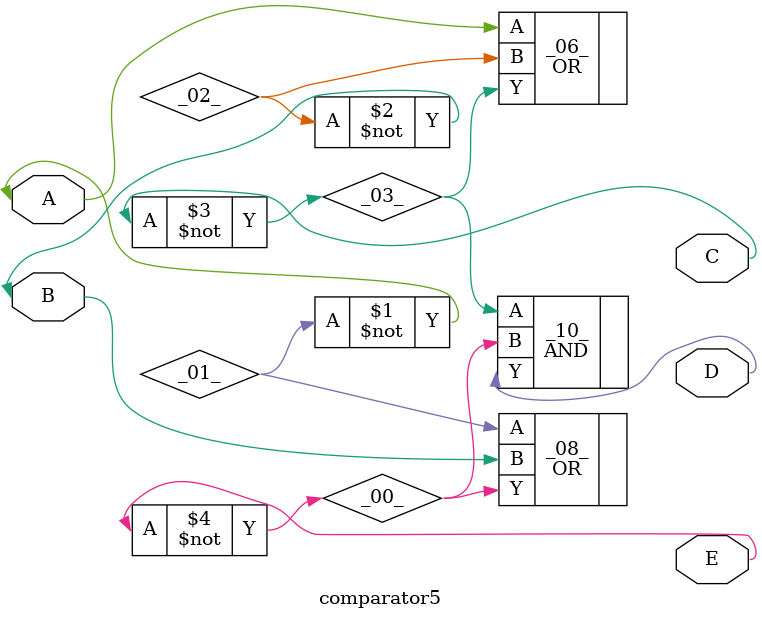
<source format=v>
/* Generated by Yosys 0.41+83 (git sha1 7045cf509, x86_64-w64-mingw32-g++ 13.2.1 -Os) */

/* cells_not_processed =  1  */
/* src = "comparator5.v:1.1-9.10" */
module comparator5(A, B, C, D, E);
  wire _00_;
  wire _01_;
  wire _02_;
  wire _03_;
  /* src = "comparator5.v:2.11-2.12" */
  input A;
  wire A;
  /* src = "comparator5.v:2.13-2.14" */
  input B;
  wire B;
  /* src = "comparator5.v:3.12-3.13" */
  output C;
  wire C;
  /* src = "comparator5.v:3.14-3.15" */
  output D;
  wire D;
  /* src = "comparator5.v:3.16-3.17" */
  output E;
  wire E;
  not _04_ (
    .A(A),
    .Y(_01_)
  );
  not _05_ (
    .A(B),
    .Y(_02_)
  );
  OR _06_ (
    .A(A),
    .B(_02_),
    .Y(_03_)
  );
  not _07_ (
    .A(_03_),
    .Y(C)
  );
  OR _08_ (
    .A(_01_),
    .B(B),
    .Y(_00_)
  );
  not _09_ (
    .A(_00_),
    .Y(E)
  );
  AND _10_ (
    .A(_03_),
    .B(_00_),
    .Y(D)
  );
endmodule

</source>
